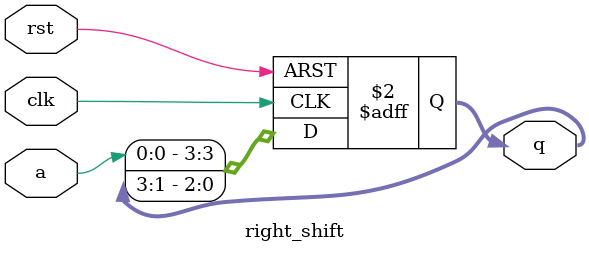
<source format=v>
module right_shift ( 
    input a,clk, rst,
    output reg [3:0] q
);
    always @(posedge clk or posedge rst) begin
        if (rst) begin
            q <= 4'b0000;
        end else begin
            q <= {a, q[3:1]};
        end
    end
endmodule
</source>
